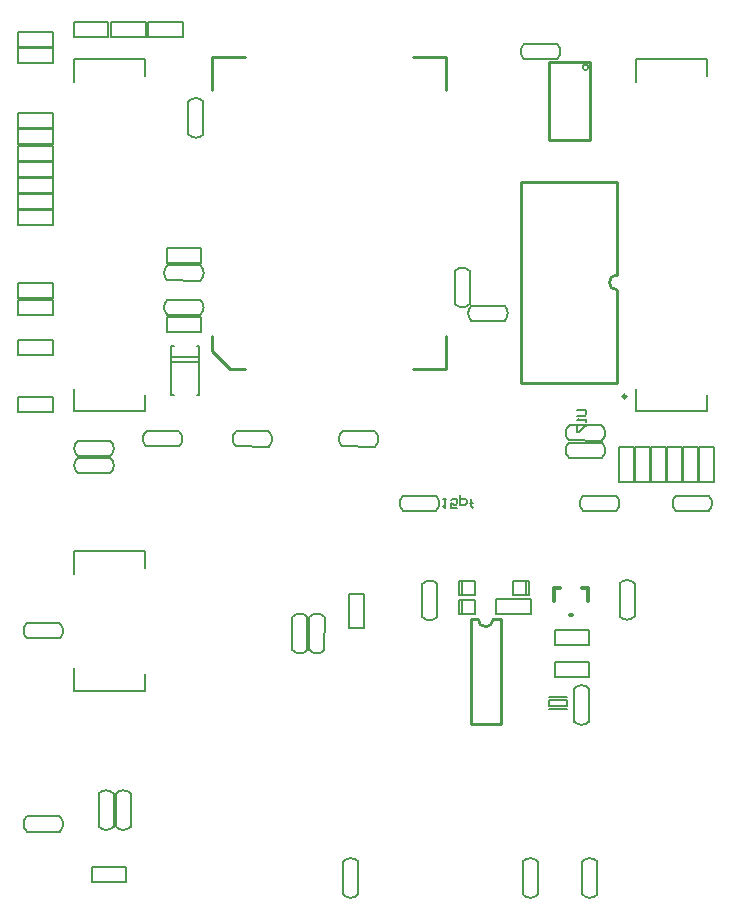
<source format=gbo>
%FSLAX44Y44*%
%MOMM*%
G71*
G01*
G75*
G04 Layer_Color=32896*
%ADD10O,1.4000X0.3000*%
%ADD11O,0.3000X1.4000*%
%ADD12R,0.9398X1.0160*%
%ADD13R,0.9400X1.0160*%
%ADD14R,1.0160X0.9398*%
%ADD15R,1.0160X0.9400*%
%ADD16R,1.2000X1.3000*%
%ADD17R,1.2700X0.7620*%
%ADD18R,0.8000X0.9000*%
%ADD19R,0.9652X0.8890*%
%ADD20R,0.9144X0.9144*%
%ADD21R,0.9144X1.2700*%
%ADD22R,0.8890X0.9652*%
%ADD23R,2.2000X0.3600*%
%ADD24R,3.0000X1.0000*%
%ADD25R,2.2000X1.5000*%
%ADD26R,1.4500X0.5500*%
%ADD27R,0.3600X2.2000*%
%ADD28R,1.0000X3.0000*%
%ADD29R,1.8000X1.8000*%
%ADD30C,0.3000*%
%ADD31C,0.2000*%
%ADD32C,1.5000*%
%ADD33C,1.0000*%
%ADD34C,0.6000*%
%ADD35C,0.5000*%
%ADD36C,0.4000*%
%ADD37C,0.2032*%
%ADD38C,0.3810*%
%ADD39C,0.2500*%
%ADD40C,0.8000*%
%ADD41C,1.2000*%
%ADD42C,1.2000*%
%ADD43C,4.0000*%
%ADD44C,3.6000*%
%ADD45C,1.2700*%
%ADD46C,0.4000*%
%ADD47C,0.6000*%
%ADD48C,0.8000*%
%ADD49C,0.5500*%
%ADD50C,1.0000*%
%ADD51C,1.1000*%
%ADD52C,1.8000*%
%ADD53C,0.5080*%
%ADD54C,0.9000*%
%ADD55C,2.0000*%
%ADD56C,1.0160*%
%ADD57C,1.6000*%
%ADD58C,1.1000*%
%ADD59C,1.2000*%
%ADD60C,1.3000*%
%ADD61C,1.4000*%
%ADD62R,1.8000X1.1000*%
%ADD63R,1.0000X1.0000*%
%ADD64O,2.0320X0.6096*%
%ADD65R,0.3000X1.5000*%
%ADD66R,0.2600X2.0000*%
%ADD67R,2.0000X0.2600*%
%ADD68R,1.5000X0.3500*%
%ADD69R,1.8000X1.2000*%
%ADD70C,0.1270*%
%ADD71C,0.2540*%
%ADD72C,0.1500*%
%ADD73C,0.2286*%
%ADD74C,0.1524*%
%ADD75C,0.3048*%
%ADD76O,1.6032X0.5032*%
%ADD77O,0.5032X1.6032*%
%ADD78R,1.1430X1.2192*%
%ADD79R,1.1432X1.2192*%
%ADD80R,1.2192X1.1430*%
%ADD81R,1.2192X1.1432*%
%ADD82R,1.4032X1.5032*%
%ADD83R,1.4732X0.9652*%
%ADD84R,1.0032X1.1032*%
%ADD85R,1.1684X1.0922*%
%ADD86R,1.1176X1.1176*%
%ADD87R,1.1176X1.4732*%
%ADD88R,1.0922X1.1684*%
%ADD89R,2.4032X0.5632*%
%ADD90R,3.2032X1.2032*%
%ADD91R,2.4032X1.7032*%
%ADD92R,1.6532X0.7532*%
%ADD93R,0.5632X2.4032*%
%ADD94R,1.2032X3.2032*%
%ADD95R,2.0032X2.0032*%
%ADD96C,1.4032*%
%ADD97C,4.2032*%
%ADD98C,3.8032*%
%ADD99C,1.4732*%
%ADD100C,0.6032*%
%ADD101C,0.8032*%
%ADD102C,1.0032*%
%ADD103C,0.7532*%
%ADD104C,1.2032*%
%ADD105C,1.3032*%
%ADD106R,2.0032X1.3032*%
%ADD107R,1.2032X1.2032*%
%ADD108O,2.2352X0.8128*%
%ADD109R,0.5032X1.7032*%
%ADD110R,0.4632X2.2032*%
%ADD111R,2.2032X0.4632*%
%ADD112R,1.7032X0.5532*%
%ADD113R,2.0032X1.4032*%
%ADD114C,0.2290*%
D31*
X51000Y726500D02*
X111000D01*
Y712500D02*
Y726500D01*
X51000Y707500D02*
Y726500D01*
Y428500D02*
X111000D01*
X51000D02*
Y447500D01*
X111000Y428500D02*
Y442500D01*
X452880Y176220D02*
X468120D01*
X452880Y186380D02*
X468120D01*
X527000Y726500D02*
X587000D01*
Y712500D02*
Y726500D01*
X527000Y707500D02*
Y726500D01*
Y428500D02*
X587000D01*
X527000D02*
Y447500D01*
X587000Y428500D02*
Y442500D01*
X51000Y310000D02*
X111000D01*
Y296000D02*
Y310000D01*
X51000Y291000D02*
Y310000D01*
X51000Y192000D02*
X111000D01*
X51000D02*
Y211000D01*
X111000Y192000D02*
Y206000D01*
D39*
X510500Y543850D02*
G03*
X510500Y531150I0J-6350D01*
G01*
X518500Y441000D02*
G03*
X518500Y441000I-1500J0D01*
G01*
X429500Y622500D02*
X510500D01*
X429500Y452500D02*
X510500D01*
X429500D02*
Y622500D01*
X510500Y543850D02*
Y622500D01*
Y452500D02*
Y531150D01*
D70*
X129946Y551951D02*
G03*
X129801Y539177I5549J-6451D01*
G01*
X157750Y539112D02*
G03*
X157750Y551888I-5999J6388D01*
G01*
X486951Y193554D02*
G03*
X474177Y193699I-6451J-5549D01*
G01*
X474112Y165750D02*
G03*
X486888Y165750I6388J5999D01*
G01*
X588054Y344049D02*
G03*
X588199Y356823I-5549J6451D01*
G01*
X560250Y356888D02*
G03*
X560250Y344112I5999J-6388D01*
G01*
X160388Y690750D02*
G03*
X147612Y690750I-6388J-5999D01*
G01*
X147549Y662946D02*
G03*
X160323Y662801I6451J5549D01*
G01*
X525451Y282554D02*
G03*
X512677Y282699I-6451J-5549D01*
G01*
X512612Y254750D02*
G03*
X525388Y254750I6388J5999D01*
G01*
X387446Y517951D02*
G03*
X387301Y505177I5549J-6451D01*
G01*
X415250Y505112D02*
G03*
X415250Y517888I-5999J6388D01*
G01*
X248388Y254250D02*
G03*
X235612Y254250I-6388J-5999D01*
G01*
X235549Y226446D02*
G03*
X248323Y226301I6451J5549D01*
G01*
X38554Y72549D02*
G03*
X38699Y85323I-5549J6451D01*
G01*
X10750Y85388D02*
G03*
X10750Y72612I5999J-6388D01*
G01*
X38554Y236049D02*
G03*
X38699Y248823I-5549J6451D01*
G01*
X10750Y248888D02*
G03*
X10750Y236112I5999J-6388D01*
G01*
X357250Y344112D02*
G03*
X357250Y356888I-5999J6388D01*
G01*
X329446Y356951D02*
G03*
X329301Y344177I5549J-6451D01*
G01*
X277750Y411388D02*
G03*
X277750Y398612I5999J-6388D01*
G01*
X305554Y398549D02*
G03*
X305699Y411323I-5549J6451D01*
G01*
X443388Y47250D02*
G03*
X430612Y47250I-6388J-5999D01*
G01*
X430549Y19446D02*
G03*
X443323Y19301I6451J5549D01*
G01*
X509750Y344112D02*
G03*
X509750Y356888I-5999J6388D01*
G01*
X481946Y356951D02*
G03*
X481801Y344177I5549J-6451D01*
G01*
X53750Y403388D02*
G03*
X53750Y390612I5999J-6388D01*
G01*
X81554Y390549D02*
G03*
X81699Y403323I-5549J6451D01*
G01*
X139750Y398612D02*
G03*
X139750Y411388I-5999J6388D01*
G01*
X111946Y411451D02*
G03*
X111801Y398677I5549J-6451D01*
G01*
X358388Y282250D02*
G03*
X345612Y282250I-6388J-5999D01*
G01*
X345549Y254446D02*
G03*
X358323Y254301I6451J5549D01*
G01*
X493888Y47250D02*
G03*
X481112Y47250I-6388J-5999D01*
G01*
X481049Y19446D02*
G03*
X493823Y19301I6451J5549D01*
G01*
X53750Y388888D02*
G03*
X53750Y376112I5999J-6388D01*
G01*
X81554Y376049D02*
G03*
X81699Y388823I-5549J6451D01*
G01*
X459750Y726612D02*
G03*
X459750Y739388I-5999J6388D01*
G01*
X431946Y739451D02*
G03*
X431801Y726677I5549J-6451D01*
G01*
X187750Y411388D02*
G03*
X187750Y398612I5999J-6388D01*
G01*
X215554Y398549D02*
G03*
X215699Y411323I-5549J6451D01*
G01*
X129750Y522888D02*
G03*
X129750Y510112I5999J-6388D01*
G01*
X157554Y510049D02*
G03*
X157699Y522823I-5549J6451D01*
G01*
X373112Y519250D02*
G03*
X385888Y519250I6388J5999D01*
G01*
X385951Y547054D02*
G03*
X373177Y547199I-6451J-5549D01*
G01*
X98888Y104750D02*
G03*
X86112Y104750I-6388J-5999D01*
G01*
X86049Y76946D02*
G03*
X98823Y76801I6451J5549D01*
G01*
X84388Y104750D02*
G03*
X71612Y104750I-6388J-5999D01*
G01*
X71549Y76946D02*
G03*
X84323Y76801I6451J5549D01*
G01*
X262888Y254250D02*
G03*
X250112Y254250I-6388J-5999D01*
G01*
X250049Y226446D02*
G03*
X262823Y226301I6451J5549D01*
G01*
X469946Y416451D02*
G03*
X469801Y403677I5549J-6451D01*
G01*
X497750Y403612D02*
G03*
X497750Y416388I-5999J6388D01*
G01*
X278549Y19446D02*
G03*
X291323Y19301I6451J5549D01*
G01*
X291388Y47250D02*
G03*
X278612Y47250I-6388J-5999D01*
G01*
X469946Y401951D02*
G03*
X469801Y389177I5549J-6451D01*
G01*
X497750Y389112D02*
G03*
X497750Y401888I-5999J6388D01*
G01*
X129948Y551952D02*
X157745Y551893D01*
X129803Y539175D02*
X157753Y539114D01*
X486893Y165755D02*
X486952Y193552D01*
X474114Y165747D02*
X474175Y193697D01*
X452880Y178760D02*
Y183840D01*
Y178760D02*
X468120D01*
Y183840D01*
X452880D02*
X468120D01*
X436250Y272500D02*
Y284500D01*
X422750D02*
X436250D01*
X422750Y272500D02*
Y284500D01*
Y272500D02*
X436250D01*
X433750D02*
Y284500D01*
X560255Y344107D02*
X588052Y344048D01*
X560247Y356886D02*
X588197Y356825D01*
X160325Y662803D02*
X160386Y690753D01*
X147548Y662948D02*
X147607Y690745D01*
X525393Y254755D02*
X525452Y282552D01*
X512614Y254747D02*
X512675Y282697D01*
X387448Y517952D02*
X415245Y517893D01*
X387303Y505175D02*
X415253Y505114D01*
X248325Y226303D02*
X248386Y254253D01*
X235548Y226448D02*
X235607Y254245D01*
X10755Y72607D02*
X38552Y72548D01*
X10747Y85386D02*
X38697Y85325D01*
X10755Y236107D02*
X38552Y236048D01*
X10747Y248886D02*
X38697Y248825D01*
X329303Y344175D02*
X357253Y344114D01*
X329448Y356952D02*
X357245Y356893D01*
X277747Y411386D02*
X305697Y411325D01*
X277755Y398607D02*
X305552Y398548D01*
X443325Y19303D02*
X443386Y47253D01*
X430548Y19448D02*
X430607Y47245D01*
X481803Y344175D02*
X509753Y344114D01*
X481948Y356952D02*
X509745Y356893D01*
X53747Y403386D02*
X81697Y403325D01*
X53755Y390607D02*
X81552Y390548D01*
X111803Y398675D02*
X139753Y398614D01*
X111948Y411452D02*
X139745Y411393D01*
X358325Y254303D02*
X358386Y282253D01*
X345548Y254448D02*
X345607Y282245D01*
X493825Y19303D02*
X493886Y47253D01*
X481048Y19448D02*
X481107Y47245D01*
X53747Y388886D02*
X81697Y388825D01*
X53755Y376107D02*
X81552Y376048D01*
X431803Y726675D02*
X459753Y726614D01*
X431948Y739452D02*
X459745Y739393D01*
X187747Y411386D02*
X215697Y411325D01*
X187755Y398607D02*
X215552Y398548D01*
X129747Y522886D02*
X157697Y522825D01*
X129755Y510107D02*
X157552Y510048D01*
X373114Y519247D02*
X373175Y547197D01*
X385893Y519255D02*
X385952Y547052D01*
X98825Y76803D02*
X98886Y104753D01*
X86048Y76948D02*
X86107Y104745D01*
X84325Y76803D02*
X84386Y104753D01*
X71548Y76948D02*
X71607Y104745D01*
X262825Y226303D02*
X262886Y254253D01*
X250048Y226448D02*
X250107Y254245D01*
X379000Y272500D02*
Y284500D01*
X376500D02*
X390000D01*
Y272500D02*
Y284500D01*
X376500Y272500D02*
X390000D01*
X376500D02*
Y284500D01*
Y256500D02*
Y268500D01*
Y256500D02*
X390000D01*
Y268500D01*
X376500D02*
X390000D01*
X379000Y256500D02*
Y268500D01*
X469948Y416452D02*
X497745Y416393D01*
X469803Y403675D02*
X497753Y403614D01*
X278548Y19448D02*
X278607Y47245D01*
X291325Y19303D02*
X291385Y47253D01*
X469948Y401952D02*
X497745Y401893D01*
X469803Y389175D02*
X497753Y389114D01*
X477023Y429570D02*
X483370D01*
X484640Y428300D01*
Y425761D01*
X483370Y424492D01*
X477023D01*
X484640Y421952D02*
Y419413D01*
Y420683D01*
X477023D01*
X478292Y421952D01*
X477023Y415605D02*
Y410526D01*
X478292D01*
X483370Y415605D01*
X484640D01*
D71*
X392960Y252350D02*
G03*
X405660Y252350I6350J0D01*
G01*
X412010D01*
X386610D02*
X392960D01*
X386610Y163450D02*
Y252350D01*
Y163450D02*
X412010D01*
Y252350D01*
X167380Y700620D02*
Y728560D01*
X195320D01*
X365500Y700620D02*
Y728560D01*
X337560D02*
X365500D01*
X337560Y464400D02*
X365500D01*
Y492340D01*
X167380Y479640D02*
Y492340D01*
X182620Y464400D02*
X195320D01*
X167380Y479640D02*
X182620Y464400D01*
D72*
X486170Y719750D02*
G03*
X486170Y719750I-2460J0D01*
G01*
X3650Y668650D02*
X32860D01*
X3650Y681350D02*
X32860D01*
X3650Y599650D02*
X32860D01*
X3650Y612350D02*
X32860D01*
X129140Y508350D02*
X158350D01*
X129140Y495650D02*
X158350D01*
X129140Y566350D02*
X158350D01*
X129140Y553650D02*
X158350D01*
X457640Y216350D02*
X486850D01*
X457640Y203650D02*
X486850D01*
X408390Y269350D02*
X437600D01*
X408390Y256650D02*
X437600D01*
X553150Y368650D02*
Y397860D01*
X565850Y368650D02*
Y397860D01*
X512400Y368650D02*
Y397860D01*
X525100Y368650D02*
Y397860D01*
X539650Y368650D02*
Y397860D01*
X552350Y368650D02*
Y397860D01*
X566650Y368650D02*
Y397860D01*
X579350Y368650D02*
Y397860D01*
X580150Y368650D02*
Y397860D01*
X592850Y368650D02*
Y397860D01*
X3650Y440350D02*
X32860D01*
X3650Y427650D02*
X32860D01*
X3640Y488350D02*
X32850D01*
X3640Y475650D02*
X32850D01*
X113650Y757850D02*
X142860D01*
X113650Y745150D02*
X142860D01*
X3650Y667350D02*
X32860D01*
X3650Y654650D02*
X32860D01*
X3650Y736350D02*
X32860D01*
X3650Y723650D02*
X32860D01*
X3650Y653350D02*
X32860D01*
X3650Y640650D02*
X32860D01*
X3650Y639350D02*
X32860D01*
X3650Y626650D02*
X32860D01*
X3650Y598850D02*
X32860D01*
X3650Y586150D02*
X32860D01*
X82150Y757850D02*
X111360D01*
X82150Y745150D02*
X111360D01*
X3650Y536850D02*
X32860D01*
X3650Y524150D02*
X32860D01*
X3650Y522850D02*
X32860D01*
X3650Y510150D02*
X32860D01*
X3650Y625850D02*
X32860D01*
X3650Y613150D02*
X32860D01*
X3650Y749850D02*
X32860D01*
X3650Y737150D02*
X32860D01*
X50650Y757850D02*
X79860D01*
X50650Y745150D02*
X79860D01*
X538850Y368650D02*
Y397860D01*
X526150Y368650D02*
Y397860D01*
X133000Y470000D02*
X157000D01*
X133000Y474000D02*
X157000D01*
X155000Y484000D02*
X157000D01*
Y442000D02*
Y484000D01*
X155000Y442000D02*
X157000D01*
X133000Y484000D02*
X135000D01*
X133000Y442000D02*
Y484000D01*
Y442000D02*
X135000D01*
X296350Y244650D02*
Y273860D01*
X283650Y244650D02*
Y273860D01*
X65650Y30000D02*
X94860D01*
X65650Y42700D02*
X94860D01*
X457650Y230150D02*
X486860D01*
X457650Y242850D02*
X486860D01*
X363250Y354500D02*
X365916D01*
X364583D01*
Y346503D01*
X363250Y347836D01*
X375246Y346503D02*
X369915D01*
Y350501D01*
X372580Y349168D01*
X373913D01*
X375246Y350501D01*
Y353167D01*
X373913Y354500D01*
X371247D01*
X369915Y353167D01*
X377912Y357166D02*
Y349168D01*
X381911D01*
X383244Y350501D01*
Y353167D01*
X381911Y354500D01*
X377912D01*
X387242D02*
Y347836D01*
Y350501D01*
X385909D01*
X388575D01*
X387242D01*
Y347836D01*
X388575Y346503D01*
D74*
X32860Y668650D02*
Y681350D01*
X3650Y668650D02*
Y681350D01*
X32860Y599650D02*
Y612350D01*
X3650Y599650D02*
Y612350D01*
X129140Y495650D02*
Y508350D01*
X158350Y495650D02*
Y508350D01*
X129140Y553650D02*
Y566350D01*
X158350Y553650D02*
Y566350D01*
X457640Y203650D02*
Y216350D01*
X486850Y203650D02*
Y216350D01*
X408390Y256650D02*
Y269350D01*
X437600Y256650D02*
Y269350D01*
X553150Y368650D02*
X565850D01*
X553150Y397860D02*
X565850D01*
X512400Y368650D02*
X525100D01*
X512400Y397860D02*
X525100D01*
X539650Y368650D02*
X552350D01*
X539650Y397860D02*
X552350D01*
X566650Y368650D02*
X579350D01*
X566650Y397860D02*
X579350D01*
X580150Y368650D02*
X592850D01*
X580150Y397860D02*
X592850D01*
X3650Y427650D02*
Y440350D01*
X32860Y427650D02*
Y440350D01*
X3640Y475650D02*
Y488350D01*
X32850Y475650D02*
Y488350D01*
X113650Y745150D02*
Y757850D01*
X142860Y745150D02*
Y757850D01*
X3650Y654650D02*
Y667350D01*
X32860Y654650D02*
Y667350D01*
X3650Y723650D02*
Y736350D01*
X32860Y723650D02*
Y736350D01*
X3650Y640650D02*
Y653350D01*
X32860Y640650D02*
Y653350D01*
X3650Y626650D02*
Y639350D01*
X32860Y626650D02*
Y639350D01*
X3650Y586150D02*
Y598850D01*
X32860Y586150D02*
Y598850D01*
X82150Y745150D02*
Y757850D01*
X111360Y745150D02*
Y757850D01*
X3650Y524150D02*
Y536850D01*
X32860Y524150D02*
Y536850D01*
X3650Y510150D02*
Y522850D01*
X32860Y510150D02*
Y522850D01*
X3650Y613150D02*
Y625850D01*
X32860Y613150D02*
Y625850D01*
X3650Y737150D02*
Y749850D01*
X32860Y737150D02*
Y749850D01*
X50650Y745150D02*
Y757850D01*
X79860Y745150D02*
Y757850D01*
X526150Y397860D02*
X538850D01*
X526150Y368650D02*
X538850D01*
X283650Y273860D02*
X296350D01*
X283650Y244650D02*
X296350D01*
X94860Y30000D02*
Y42700D01*
X65650Y30000D02*
Y42700D01*
X486860Y230150D02*
Y242850D01*
X457650Y230150D02*
Y242850D01*
D75*
X456895Y267500D02*
Y278930D01*
X486105Y267500D02*
Y278930D01*
X456895D02*
X461975D01*
X470865Y256070D02*
X472135D01*
X481025Y278930D02*
X486105D01*
D114*
X488000Y658000D02*
Y724000D01*
X453000D02*
X488000D01*
X453000Y658000D02*
Y724000D01*
Y658000D02*
X488000D01*
M02*

</source>
